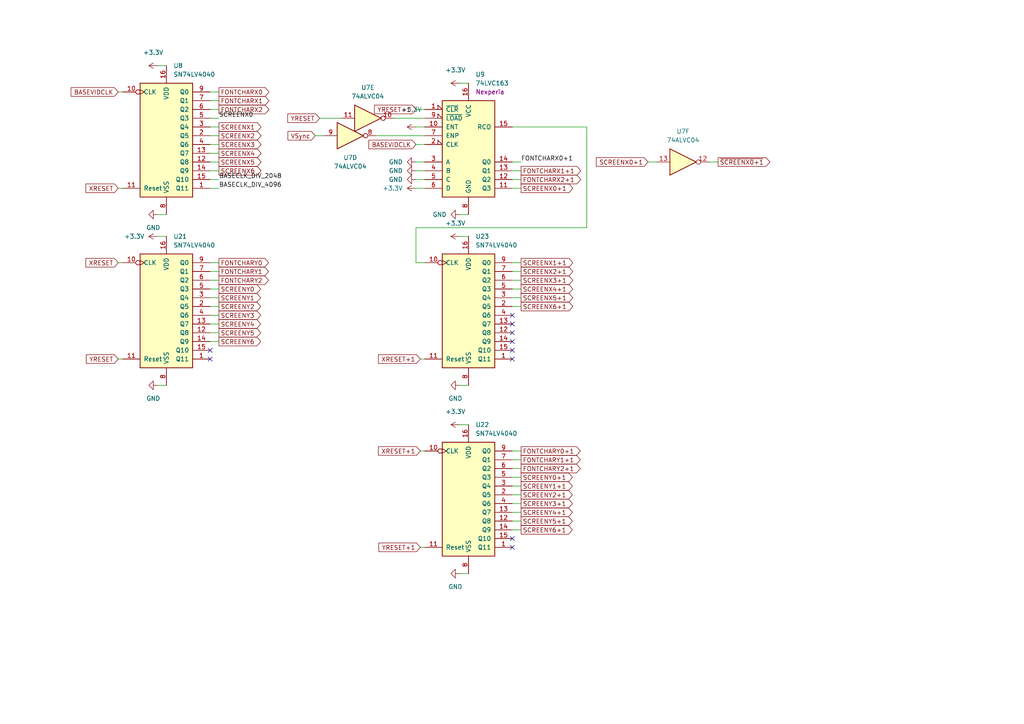
<source format=kicad_sch>
(kicad_sch (version 20211123) (generator eeschema)
  (paper "A4")
  (title_block (title "JupiterAce Z80 plus KIO and new memory format.") (rev "${REVNUM}") (company "Ontobus") (comment 1 "John Bradley") (comment 2 "https://creativecommons.org/licenses/by-nc-sa/4.0/") (comment 3 "Attribution-NonCommercial-ShareAlike 4.0 International License.") (comment 4 "This work is licensed under a Creative Commons "))
  (lib_symbols
    (symbol "74xx-FIX:74LS04"
      (property "Reference" "U" (at 0 1.27 0))
      (property "Value" "74LS04" (at 0 -1.27 0))
      (symbol "74LS04_1_0"
        (polyline (pts (xy -3.81 3.81) (xy -3.81 -3.81) (xy 3.81 0) (xy -3.81 3.81)) (stroke (width 0.254)) (fill (type background)))
        (pin input line (at -7.62 0 0) (length 3.81) (name "~") (number "1"))
        (pin output inverted (at 7.62 0 180) (length 3.81) (name "~") (number "2"))
      )
      (symbol "74LS04_2_0"
        (polyline (pts (xy -3.81 3.81) (xy -3.81 -3.81) (xy 3.81 0) (xy -3.81 3.81)) (stroke (width 0.254)) (fill (type background)))
        (pin input line (at -7.62 0 0) (length 3.81) (name "~") (number "3"))
        (pin output inverted (at 7.62 0 180) (length 3.81) (name "~") (number "4"))
      )
      (symbol "74LS04_3_0"
        (polyline (pts (xy -3.81 3.81) (xy -3.81 -3.81) (xy 3.81 0) (xy -3.81 3.81)) (stroke (width 0.254)) (fill (type background)))
        (pin input line (at -7.62 0 0) (length 3.81) (name "~") (number "5"))
        (pin output inverted (at 7.62 0 180) (length 3.81) (name "~") (number "6"))
      )
      (symbol "74LS04_4_0"
        (polyline (pts (xy -3.81 3.81) (xy -3.81 -3.81) (xy 3.81 0) (xy -3.81 3.81)) (stroke (width 0.254)) (fill (type background)))
        (pin output inverted (at 7.62 0 180) (length 3.81) (name "~") (number "8"))
        (pin input line (at -7.62 0 0) (length 3.81) (name "~") (number "9"))
      )
      (symbol "74LS04_5_0"
        (polyline (pts (xy -3.81 3.81) (xy -3.81 -3.81) (xy 3.81 0) (xy -3.81 3.81)) (stroke (width 0.254)) (fill (type background)))
        (pin output inverted (at 7.62 0 180) (length 3.81) (name "~") (number "10"))
        (pin input line (at -7.62 0 0) (length 3.81) (name "~") (number "11"))
      )
      (symbol "74LS04_6_0"
        (polyline (pts (xy -3.81 3.81) (xy -3.81 -3.81) (xy 3.81 0) (xy -3.81 3.81)) (stroke (width 0.254)) (fill (type background)))
        (pin output inverted (at 7.62 0 180) (length 3.81) (name "~") (number "12"))
        (pin input line (at -7.62 0 0) (length 3.81) (name "~") (number "13"))
      )
      (symbol "74LS04_7_0"
        (pin power_in line (at 0 12.7 270) (length 5.08) (name "VCC") (number "14"))
        (pin power_in line (at 0 -12.7 90) (length 5.08) (name "GND") (number "7"))
      )
      (symbol "74LS04_7_1"
        (rectangle (start -5.08 7.62) (end 5.08 -7.62) (stroke (width 0.254)) (fill (type background)))
      )
    )
    (symbol "74xx-FIX:74LS163" (pin_names (offset 1.016))
      (property "Reference" "U" (at -7.62 16.51 0))
      (property "Value" "74LS163" (at -7.62 -16.51 0))
      (symbol "74LS163_1_0"
        (pin input input_low (at -12.7 12.7 0) (length 5.08) (name "~{CLR}") (number "1"))
        (pin input line (at -12.7 7.62 0) (length 5.08) (name "ENT") (number "10"))
        (pin output line (at 12.7 -10.16 180) (length 5.08) (name "Q3") (number "11"))
        (pin output line (at 12.7 -7.62 180) (length 5.08) (name "Q2") (number "12"))
        (pin output line (at 12.7 -5.08 180) (length 5.08) (name "Q1") (number "13"))
        (pin output line (at 12.7 -2.54 180) (length 5.08) (name "Q0") (number "14"))
        (pin output line (at 12.7 7.62 180) (length 5.08) (name "RCO") (number "15"))
        (pin power_in line (at 0 20.32 270) (length 5.08) (name "VCC") (number "16"))
        (pin input input_low (at -12.7 2.54 0) (length 5.08) (name "CLK") (number "2"))
        (pin input line (at -12.7 -2.54 0) (length 5.08) (name "A") (number "3"))
        (pin input line (at -12.7 -5.08 0) (length 5.08) (name "B") (number "4"))
        (pin input line (at -12.7 -7.62 0) (length 5.08) (name "C") (number "5"))
        (pin input line (at -12.7 -10.16 0) (length 5.08) (name "D") (number "6"))
        (pin input line (at -12.7 5.08 0) (length 5.08) (name "ENP") (number "7"))
        (pin power_in line (at 0 -17.78 90) (length 5.08) (name "GND") (number "8"))
        (pin input input_low (at -12.7 10.16 0) (length 5.08) (name "~{LOAD}") (number "9"))
      )
      (symbol "74LS163_1_1"
        (rectangle (start -7.62 15.24) (end 7.62 -12.7) (stroke (width 0.254)) (fill (type background)))
      )
    )
    (symbol "ExtraSymbols:74HCT4040" (pin_names (offset 1.016))
      (property "Reference" "U" (at -7.62 16.51 0))
      (property "Value" "74HCT4040" (at -7.62 -19.05 0))
      (symbol "74HCT4040_1_0"
        (pin output line (at 12.7 -15.24 180) (length 5.08) (name "Q11") (number "1"))
        (pin input inverted_clock (at -12.7 12.7 0) (length 5.08) (name "CLK") (number "10"))
        (pin input line (at -12.7 -15.24 0) (length 5.08) (name "Reset") (number "11"))
        (pin output line (at 12.7 -7.62 180) (length 5.08) (name "Q8") (number "12"))
        (pin output line (at 12.7 -5.08 180) (length 5.08) (name "Q7") (number "13"))
        (pin output line (at 12.7 -10.16 180) (length 5.08) (name "Q9") (number "14"))
        (pin output line (at 12.7 -12.7 180) (length 5.08) (name "Q10") (number "15"))
        (pin power_in line (at 0 20.32 270) (length 5.08) (name "VDD") (number "16"))
        (pin output line (at 12.7 0 180) (length 5.08) (name "Q5") (number "2"))
        (pin output line (at 12.7 2.54 180) (length 5.08) (name "Q4") (number "3"))
        (pin output line (at 12.7 -2.54 180) (length 5.08) (name "Q6") (number "4"))
        (pin output line (at 12.7 5.08 180) (length 5.08) (name "Q3") (number "5"))
        (pin output line (at 12.7 7.62 180) (length 5.08) (name "Q2") (number "6"))
        (pin output line (at 12.7 10.16 180) (length 5.08) (name "Q1") (number "7"))
        (pin power_in line (at 0 -22.86 90) (length 5.08) (name "VSS") (number "8"))
        (pin output line (at 12.7 12.7 180) (length 5.08) (name "Q0") (number "9"))
      )
      (symbol "74HCT4040_1_1"
        (rectangle (start -7.62 15.24) (end 7.62 -17.78) (stroke (width 0.254)) (fill (type background)))
      )
    )
    (symbol "power:+3.3V" (power) (pin_names (offset 0))
      (property "Value" "+3.3V" (at 0 3.556 0))
      (symbol "+3.3V_0_1"
        (polyline (pts (xy -0.762 1.27) (xy 0 2.54)))
        (polyline (pts (xy 0 0) (xy 0 2.54)))
        (polyline (pts (xy 0 2.54) (xy 0.762 1.27)))
      )
      (symbol "+3.3V_1_1"
        (pin power_in line (at 0 0 90) (length 0) hide (name "+3.3V") (number "1"))
      )
    )
    (symbol "power:GND" (power) (pin_names (offset 0))
      (property "Value" "GND" (at 0 -3.81 0))
      (symbol "GND_0_1"
        (polyline (pts (xy 0 0) (xy 0 -1.27) (xy 1.27 -1.27) (xy 0 -2.54) (xy -1.27 -1.27) (xy 0 -1.27)))
      )
      (symbol "GND_1_1"
        (pin power_in line (at 0 0 270) (length 0) hide (name "GND") (number "1"))
      )
    )
  )
  (no_connect (at 148.59 91.44))
  (no_connect (at 148.59 93.98))
  (no_connect (at 148.59 96.52))
  (no_connect (at 148.59 99.06))
  (no_connect (at 60.96 104.14))
  (no_connect (at 148.59 104.14))
  (no_connect (at 148.59 101.6))
  (no_connect (at 60.96 101.6))
  (no_connect (at 148.59 156.21))
  (no_connect (at 148.59 158.75))
  (wire (pts (xy 148.59 146.05) (xy 151.13 146.05)))
  (wire (pts (xy 133.35 111.76) (xy 135.89 111.76)))
  (wire (pts (xy 91.44 39.37) (xy 93.98 39.37)))
  (wire (pts (xy 63.5 96.52) (xy 60.96 96.52)))
  (wire (pts (xy 148.59 133.35) (xy 151.13 133.35)))
  (wire (pts (xy 35.56 54.61) (xy 34.29 54.61)))
  (wire (pts (xy 148.59 76.2) (xy 151.13 76.2)))
  (wire (pts (xy 35.56 104.14) (xy 34.29 104.14)))
  (wire (pts (xy 148.59 49.53) (xy 151.13 49.53)))
  (wire (pts (xy 133.35 68.58) (xy 135.89 68.58)))
  (wire (pts (xy 208.28 46.99) (xy 205.74 46.99)))
  (wire (pts (xy 60.96 29.21) (xy 63.5 29.21)))
  (wire (pts (xy 151.13 153.67) (xy 148.59 153.67)))
  (wire (pts (xy 148.59 46.99) (xy 151.13 46.99)))
  (wire (pts (xy 123.19 104.14) (xy 121.92 104.14)))
  (wire (pts (xy 60.96 41.91) (xy 63.5 41.91)))
  (wire (pts (xy 34.29 76.2) (xy 35.56 76.2)))
  (wire (pts (xy 60.96 31.75) (xy 63.5 31.75)))
  (wire (pts (xy 133.35 123.19) (xy 135.89 123.19)))
  (wire (pts (xy 148.59 54.61) (xy 151.13 54.61)))
  (wire (pts (xy 45.72 68.58) (xy 48.26 68.58)))
  (wire (pts (xy 60.96 44.45) (xy 63.5 44.45)))
  (wire (pts (xy 148.59 78.74) (xy 151.13 78.74)))
  (wire (pts (xy 109.22 39.37) (xy 123.19 39.37)))
  (wire (pts (xy 45.72 111.76) (xy 48.26 111.76)))
  (wire (pts (xy 148.59 140.97) (xy 151.13 140.97)))
  (wire (pts (xy 45.72 19.05) (xy 48.26 19.05)))
  (wire (pts (xy 120.65 36.83) (xy 123.19 36.83)))
  (wire (pts (xy 120.65 31.75) (xy 123.19 31.75)))
  (wire (pts (xy 114.3 34.29) (xy 123.19 34.29)))
  (wire (pts (xy 60.96 86.36) (xy 63.5 86.36)))
  (wire (pts (xy 120.65 49.53) (xy 123.19 49.53)))
  (wire (pts (xy 120.65 54.61) (xy 123.19 54.61)))
  (wire (pts (xy 60.96 34.29) (xy 63.5 34.29)))
  (wire (pts (xy 133.35 166.37) (xy 135.89 166.37)))
  (wire (pts (xy 148.59 36.83) (xy 170.18 36.83)))
  (wire (pts (xy 120.65 76.2) (xy 123.19 76.2)))
  (wire (pts (xy 34.29 26.67) (xy 35.56 26.67)))
  (wire (pts (xy 45.72 62.23) (xy 48.26 62.23)))
  (wire (pts (xy 187.96 46.99) (xy 190.5 46.99)))
  (wire (pts (xy 120.65 52.07) (xy 123.19 52.07)))
  (wire (pts (xy 60.96 81.28) (xy 63.5 81.28)))
  (wire (pts (xy 120.65 46.99) (xy 123.19 46.99)))
  (wire (pts (xy 148.59 81.28) (xy 151.13 81.28)))
  (wire (pts (xy 148.59 143.51) (xy 151.13 143.51)))
  (wire (pts (xy 133.35 24.13) (xy 135.89 24.13)))
  (wire (pts (xy 148.59 130.81) (xy 151.13 130.81)))
  (wire (pts (xy 148.59 86.36) (xy 151.13 86.36)))
  (wire (pts (xy 120.65 66.04) (xy 170.18 66.04)))
  (wire (pts (xy 60.96 49.53) (xy 63.5 49.53)))
  (wire (pts (xy 148.59 83.82) (xy 151.13 83.82)))
  (wire (pts (xy 120.65 66.04) (xy 120.65 76.2)))
  (wire (pts (xy 60.96 78.74) (xy 63.5 78.74)))
  (wire (pts (xy 60.96 36.83) (xy 63.5 36.83)))
  (wire (pts (xy 148.59 148.59) (xy 151.13 148.59)))
  (wire (pts (xy 151.13 151.13) (xy 148.59 151.13)))
  (wire (pts (xy 170.18 36.83) (xy 170.18 66.04)))
  (wire (pts (xy 60.96 26.67) (xy 63.5 26.67)))
  (wire (pts (xy 148.59 88.9) (xy 151.13 88.9)))
  (wire (pts (xy 60.96 52.07) (xy 63.5 52.07)))
  (wire (pts (xy 92.71 34.29) (xy 99.06 34.29)))
  (wire (pts (xy 60.96 93.98) (xy 63.5 93.98)))
  (wire (pts (xy 133.35 62.23) (xy 135.89 62.23)))
  (wire (pts (xy 63.5 99.06) (xy 60.96 99.06)))
  (wire (pts (xy 60.96 46.99) (xy 63.5 46.99)))
  (wire (pts (xy 60.96 91.44) (xy 63.5 91.44)))
  (wire (pts (xy 120.65 41.91) (xy 123.19 41.91)))
  (wire (pts (xy 148.59 52.07) (xy 151.13 52.07)))
  (wire (pts (xy 60.96 54.61) (xy 63.5 54.61)))
  (wire (pts (xy 123.19 158.75) (xy 121.92 158.75)))
  (wire (pts (xy 60.96 39.37) (xy 63.5 39.37)))
  (wire (pts (xy 121.92 130.81) (xy 123.19 130.81)))
  (wire (pts (xy 60.96 88.9) (xy 63.5 88.9)))
  (wire (pts (xy 60.96 83.82) (xy 63.5 83.82)))
  (wire (pts (xy 60.96 76.2) (xy 63.5 76.2)))
  (wire (pts (xy 148.59 135.89) (xy 151.13 135.89)))
  (wire (pts (xy 148.59 138.43) (xy 151.13 138.43)))
  (label "FONTCHARX0+1" (at 151.13 46.99 0))
  (label "SCREENX0" (at 63.5 34.29 0))
  (label "BASECLK_DIV_4096" (at 63.5 54.61 0))
  (label "BASECLK_DIV_2048" (at 63.5 52.07 0))
  (global_label "SCREENX5" (shape output) (at 63.5 46.99 0) (property "Intersheet References" "${INTERSHEET_REFS}" (at 75.7102 46.9106 0) (effects (justify left))))
  (global_label "FONTCHARY2" (shape output) (at 63.5 81.28 0) (property "Intersheet References" "${INTERSHEET_REFS}" (at 77.8874 81.2006 0) (effects (justify left))))
  (global_label "SCREENX2" (shape output) (at 63.5 39.37 0) (property "Intersheet References" "${INTERSHEET_REFS}" (at 75.7102 39.2906 0) (effects (justify left))))
  (global_label "YRESET+1" (shape input) (at 120.65 31.75 180) (property "Intersheet References" "${INTERSHEET_REFS}" (at 108.6212 31.6706 0) (effects (justify right))))
  (global_label "FONTCHARX1+1" (shape output) (at 151.13 49.53 0) (property "Intersheet References" "${INTERSHEET_REFS}" (at 168.4202 49.4506 0) (effects (justify left))))
  (global_label "~{SCREENX0+1}" (shape output) (at 208.28 46.99 0) (property "Intersheet References" "${INTERSHEET_REFS}" (at 223.2721 46.9106 0) (effects (justify left))))
  (global_label "FONTCHARX1" (shape output) (at 63.5 29.21 0) (property "Intersheet References" "${INTERSHEET_REFS}" (at 78.0083 29.1306 0) (effects (justify left))))
  (global_label "SCREENY2+1" (shape output) (at 151.13 143.51 0) (property "Intersheet References" "${INTERSHEET_REFS}" (at 166.0012 143.4306 0) (effects (justify left))))
  (global_label "SCREENX1" (shape output) (at 63.5 36.83 0) (property "Intersheet References" "${INTERSHEET_REFS}" (at 75.7102 36.7506 0) (effects (justify left))))
  (global_label "SCREENX1+1" (shape output) (at 151.13 76.2 0) (property "Intersheet References" "${INTERSHEET_REFS}" (at 166.1221 76.1206 0) (effects (justify left))))
  (global_label "SCREENX0+1" (shape input) (at 187.96 46.99 180) (property "Intersheet References" "${INTERSHEET_REFS}" (at 172.9679 46.9106 0) (effects (justify right))))
  (global_label "YRESET+1" (shape input) (at 121.92 158.75 180) (property "Intersheet References" "${INTERSHEET_REFS}" (at 109.8912 158.6706 0) (effects (justify right))))
  (global_label "FONTCHARY1+1" (shape output) (at 151.13 133.35 0) (property "Intersheet References" "${INTERSHEET_REFS}" (at 168.2993 133.2706 0) (effects (justify left))))
  (global_label "SCREENX3+1" (shape output) (at 151.13 81.28 0) (property "Intersheet References" "${INTERSHEET_REFS}" (at 166.1221 81.2006 0) (effects (justify left))))
  (global_label "XRESET+1" (shape input) (at 121.92 130.81 180) (property "Intersheet References" "${INTERSHEET_REFS}" (at 109.7702 130.7306 0) (effects (justify right))))
  (global_label "BASEVIDCLK" (shape input) (at 120.65 41.91 180) (property "Intersheet References" "${INTERSHEET_REFS}" (at 106.9883 41.8306 0) (effects (justify right))))
  (global_label "XRESET" (shape input) (at 34.29 76.2 180) (property "Intersheet References" "${INTERSHEET_REFS}" (at 24.9221 76.1206 0) (effects (justify right))))
  (global_label "SCREENY0+1" (shape output) (at 151.13 138.43 0) (property "Intersheet References" "${INTERSHEET_REFS}" (at 166.0012 138.3506 0) (effects (justify left))))
  (global_label "SCREENY0" (shape output) (at 63.5 83.82 0) (property "Intersheet References" "${INTERSHEET_REFS}" (at 75.5893 83.7406 0) (effects (justify left))))
  (global_label "SCREENX0+1" (shape output) (at 151.13 54.61 0) (property "Intersheet References" "${INTERSHEET_REFS}" (at 166.1221 54.5306 0) (effects (justify left))))
  (global_label "FONTCHARX0" (shape output) (at 63.5 26.67 0) (property "Intersheet References" "${INTERSHEET_REFS}" (at 78.0083 26.5906 0) (effects (justify left))))
  (global_label "SCREENY3" (shape output) (at 63.5 91.44 0) (property "Intersheet References" "${INTERSHEET_REFS}" (at 75.5893 91.3606 0) (effects (justify left))))
  (global_label "SCREENX3" (shape output) (at 63.5 41.91 0) (property "Intersheet References" "${INTERSHEET_REFS}" (at 75.7102 41.8306 0) (effects (justify left))))
  (global_label "SCREENY4+1" (shape output) (at 151.13 148.59 0) (property "Intersheet References" "${INTERSHEET_REFS}" (at 166.0012 148.5106 0) (effects (justify left))))
  (global_label "YRESET" (shape input) (at 92.71 34.29 180) (property "Intersheet References" "${INTERSHEET_REFS}" (at 83.4631 34.2106 0) (effects (justify right))))
  (global_label "SCREENY4" (shape output) (at 63.5 93.98 0) (property "Intersheet References" "${INTERSHEET_REFS}" (at 75.5893 93.9006 0) (effects (justify left))))
  (global_label "SCREENX4+1" (shape output) (at 151.13 83.82 0) (property "Intersheet References" "${INTERSHEET_REFS}" (at 166.1221 83.7406 0) (effects (justify left))))
  (global_label "SCREENY6+1" (shape output) (at 151.13 153.67 0) (property "Intersheet References" "${INTERSHEET_REFS}" (at 166.0012 153.5906 0) (effects (justify left))))
  (global_label "FONTCHARX2" (shape output) (at 63.5 31.75 0) (property "Intersheet References" "${INTERSHEET_REFS}" (at 78.0083 31.6706 0) (effects (justify left))))
  (global_label "XRESET" (shape input) (at 34.29 54.61 180) (property "Intersheet References" "${INTERSHEET_REFS}" (at 24.9221 54.5306 0) (effects (justify right))))
  (global_label "BASEVIDCLK" (shape input) (at 34.29 26.67 180) (property "Intersheet References" "${INTERSHEET_REFS}" (at 20.6283 26.5906 0) (effects (justify right))))
  (global_label "SCREENX5+1" (shape output) (at 151.13 86.36 0) (property "Intersheet References" "${INTERSHEET_REFS}" (at 166.1221 86.2806 0) (effects (justify left))))
  (global_label "YRESET" (shape input) (at 34.29 104.14 180) (property "Intersheet References" "${INTERSHEET_REFS}" (at 25.0431 104.0606 0) (effects (justify right))))
  (global_label "SCREENY6" (shape output) (at 63.5 99.06 0) (property "Intersheet References" "${INTERSHEET_REFS}" (at 75.5893 98.9806 0) (effects (justify left))))
  (global_label "FONTCHARX2+1" (shape output) (at 151.13 52.07 0) (property "Intersheet References" "${INTERSHEET_REFS}" (at 168.4202 51.9906 0) (effects (justify left))))
  (global_label "FONTCHARY1" (shape output) (at 63.5 78.74 0) (property "Intersheet References" "${INTERSHEET_REFS}" (at 77.8874 78.6606 0) (effects (justify left))))
  (global_label "XRESET+1" (shape input) (at 121.92 104.14 180) (property "Intersheet References" "${INTERSHEET_REFS}" (at 109.7702 104.0606 0) (effects (justify right))))
  (global_label "SCREENY1" (shape output) (at 63.5 86.36 0) (property "Intersheet References" "${INTERSHEET_REFS}" (at 75.5893 86.2806 0) (effects (justify left))))
  (global_label "SCREENX2+1" (shape output) (at 151.13 78.74 0) (property "Intersheet References" "${INTERSHEET_REFS}" (at 166.1221 78.6606 0) (effects (justify left))))
  (global_label "FONTCHARY2+1" (shape output) (at 151.13 135.89 0) (property "Intersheet References" "${INTERSHEET_REFS}" (at 168.2993 135.8106 0) (effects (justify left))))
  (global_label "SCREENX6+1" (shape output) (at 151.13 88.9 0) (property "Intersheet References" "${INTERSHEET_REFS}" (at 166.1221 88.8206 0) (effects (justify left))))
  (global_label "FONTCHARY0+1" (shape output) (at 151.13 130.81 0) (property "Intersheet References" "${INTERSHEET_REFS}" (at 168.2993 130.7306 0) (effects (justify left))))
  (global_label "SCREENX4" (shape output) (at 63.5 44.45 0) (property "Intersheet References" "${INTERSHEET_REFS}" (at 75.7102 44.3706 0) (effects (justify left))))
  (global_label "SCREENY1+1" (shape output) (at 151.13 140.97 0) (property "Intersheet References" "${INTERSHEET_REFS}" (at 166.0012 140.8906 0) (effects (justify left))))
  (global_label "SCREENX6" (shape output) (at 63.5 49.53 0) (property "Intersheet References" "${INTERSHEET_REFS}" (at 75.7102 49.4506 0) (effects (justify left))))
  (global_label "SCREENY5+1" (shape output) (at 151.13 151.13 0) (property "Intersheet References" "${INTERSHEET_REFS}" (at 166.0012 151.0506 0) (effects (justify left))))
  (global_label "SCREENY5" (shape output) (at 63.5 96.52 0) (property "Intersheet References" "${INTERSHEET_REFS}" (at 75.5893 96.4406 0) (effects (justify left))))
  (global_label "FONTCHARY0" (shape output) (at 63.5 76.2 0) (property "Intersheet References" "${INTERSHEET_REFS}" (at 77.8874 76.1206 0) (effects (justify left))))
  (global_label "SCREENY2" (shape output) (at 63.5 88.9 0) (property "Intersheet References" "${INTERSHEET_REFS}" (at 75.5893 88.8206 0) (effects (justify left))))
  (global_label "VSync" (shape input) (at 91.44 39.37 180) (property "Intersheet References" "${INTERSHEET_REFS}" (at 83.5236 39.2906 0) (effects (justify right))))
  (global_label "SCREENY3+1" (shape output) (at 151.13 146.05 0) (property "Intersheet References" "${INTERSHEET_REFS}" (at 166.0012 145.9706 0) (effects (justify left))))
  (symbol (lib_id "power:GND") (at 120.65 46.99 270) (unit 1)
    (property "Reference" "#02" (effects hide))
    (property "Value" "GND" (at 116.84 46.9899 90) (effects (justify right)))
  )
  (symbol (lib_id "74xx-FIX:74LS04") (at 198.12 46.99 0) (unit 6)
    (property "Reference" "U7" (at 198.12 38.1 0))
    (property "Value" "74ALVC04" (at 198.12 40.64 0))
    (property "Footprint" "Package_SO:SOIC-14_3.9x8.7mm_P1.27mm" (effects hide))
    (property "Datasheet" "http://www.ti.com/lit/gpn/sn74LS04" (effects hide))
  )
  (symbol (lib_id "74xx-FIX:74LS04") (at 101.6 39.37 0) (unit 4)
    (property "Reference" "U7" (at 101.6 45.72 0))
    (property "Value" "74ALVC04" (at 101.6 48.26 0))
    (property "Footprint" "Package_SO:SOIC-14_3.9x8.7mm_P1.27mm" (effects hide))
    (property "Datasheet" "http://www.ti.com/lit/gpn/sn74LS04" (effects hide))
  )
  (symbol (lib_id "power:GND") (at 133.35 111.76 270) (unit 1)
    (property "Reference" "#01" (effects hide))
    (property "Value" "GND" (at 132.08 115.57 90))
  )
  (symbol (lib_id "ExtraSymbols:74HCT4040") (at 135.89 88.9 0) (unit 1)
    (property "Reference" "U23" (at 137.9094 68.58 0) (effects (justify left)))
    (property "Value" "SN74LV4040" (at 137.9094 71.12 0) (effects (justify left)))
    (property "Footprint" "Package_SO:SOIC-16_3.9x9.9mm_P1.27mm" (effects hide))
    (property "Datasheet" "https://assets.nexperia.com/documents/data-sheet/74HC590.pdf" (effects hide))
  )
  (symbol (lib_id "power:GND") (at 120.65 52.07 270) (unit 1)
    (property "Reference" "#04" (effects hide))
    (property "Value" "GND" (at 116.84 52.0699 90) (effects (justify right)))
  )
  (symbol (lib_id "power:+3.3V") (at 120.65 54.61 90) (unit 1)
    (property "Reference" "#PWR01" (effects hide))
    (property "Value" "+3.3V" (at 116.84 54.6099 90) (effects (justify left)))
  )
  (symbol (lib_id "power:+3.3V") (at 45.72 19.05 90) (unit 1)
    (property "Reference" "#PWR03" (effects hide))
    (property "Value" "+3.3V" (at 44.45 15.24 90))
  )
  (symbol (lib_id "power:+3.3V") (at 133.35 123.19 90) (unit 1)
    (property "Reference" "#PWR0113" (effects hide))
    (property "Value" "+3.3V" (at 132.08 119.38 90))
  )
  (symbol (lib_id "power:+3.3V") (at 120.65 36.83 90) (unit 1)
    (property "Reference" "#PWR05" (effects hide))
    (property "Value" "+3.3V" (at 119.38 31.75 90))
  )
  (symbol (lib_id "ExtraSymbols:74HCT4040") (at 48.26 88.9 0) (unit 1)
    (property "Reference" "U21" (at 50.2794 68.58 0) (effects (justify left)))
    (property "Value" "SN74LV4040" (at 50.2794 71.12 0) (effects (justify left)))
    (property "Footprint" "Package_SO:SOIC-16_3.9x9.9mm_P1.27mm" (effects hide))
    (property "Datasheet" "http://www.intersil.com/content/dam/Intersil/documents/cd40/cd4020bms-24bms-40bms.pdf" (effects hide))
    (property "Description" "CD74HCT4040E, 12-stage Binary Counter, Up Counter 5V, 16-Pin PDIP" (effects hide))
    (property "Height" "5.08" (effects hide))
    (property "Mouser Part Number" "595-CD74HCT4040E" (effects hide))
    (property "RS Part Number" "0635252P" (effects hide))
  )
  (symbol (lib_id "power:GND") (at 120.65 49.53 270) (unit 1)
    (property "Reference" "#03" (effects hide))
    (property "Value" "GND" (at 116.84 49.5299 90) (effects (justify right)))
  )
  (symbol (lib_id "power:GND") (at 133.35 166.37 270) (unit 1)
    (property "Reference" "#0102" (effects hide))
    (property "Value" "GND" (at 132.08 170.18 90))
  )
  (symbol (lib_id "ExtraSymbols:74HCT4040") (at 48.26 39.37 0) (unit 1)
    (property "Reference" "U8" (at 50.2794 19.05 0) (effects (justify left)))
    (property "Value" "SN74LV4040" (at 50.2794 21.59 0) (effects (justify left)))
    (property "Footprint" "Package_SO:SOIC-16_3.9x9.9mm_P1.27mm" (effects hide))
    (property "Datasheet" "http://www.intersil.com/content/dam/Intersil/documents/cd40/cd4020bms-24bms-40bms.pdf" (effects hide))
    (property "Description" "CD74HCT4040E, 12-stage Binary Counter, Up Counter 5V, 16-Pin PDIP" (effects hide))
    (property "Height" "5.08" (effects hide))
    (property "Mouser Part Number" "595-CD74HCT4040E" (effects hide))
    (property "RS Part Number" "0635252P" (effects hide))
  )
  (symbol (lib_id "power:GND") (at 133.35 62.23 270) (unit 1)
    (property "Reference" "#05" (effects hide))
    (property "Value" "GND" (at 129.54 62.2299 90) (effects (justify right)))
  )
  (symbol (lib_id "74xx-FIX:74LS04") (at 106.68 34.29 0) (unit 5)
    (property "Reference" "U7" (at 106.68 25.4 0))
    (property "Value" "74ALVC04" (at 106.68 27.94 0))
    (property "Footprint" "Package_SO:SOIC-14_3.9x8.7mm_P1.27mm" (effects hide))
    (property "Datasheet" "http://www.ti.com/lit/gpn/sn74LS04" (effects hide))
  )
  (symbol (lib_id "power:GND") (at 45.72 62.23 270) (unit 1)
    (property "Reference" "#0107" (effects hide))
    (property "Value" "GND" (at 44.45 66.04 90))
  )
  (symbol (lib_id "power:+3.3V") (at 133.35 24.13 90) (unit 1)
    (property "Reference" "#PWR02" (effects hide))
    (property "Value" "+3.3V" (at 132.08 20.32 90))
  )
  (symbol (lib_id "power:+3.3V") (at 133.35 68.58 90) (unit 1)
    (property "Reference" "#PWR06" (effects hide))
    (property "Value" "+3.3V" (at 132.08 64.77 90))
  )
  (symbol (lib_id "power:GND") (at 45.72 111.76 270) (unit 1)
    (property "Reference" "#0106" (effects hide))
    (property "Value" "GND" (at 44.45 115.57 90))
  )
  (symbol (lib_id "74xx-FIX:74LS163") (at 135.89 44.45 0) (unit 1)
    (property "Reference" "U9" (at 137.9094 21.59 0) (effects (justify left)))
    (property "Value" "74LVC163" (at 137.9094 24.13 0) (effects (justify left)))
    (property "Footprint" "Package_SO:SOIC-16_3.9x9.9mm_P1.27mm" (effects hide))
    (property "Datasheet" "https://assets.nexperia.com/documents/data-sheet/74LVC163.pdf" (effects hide))
    (property "Manufacturer" "Nexperia" (at 137.9094 26.67 0) (effects (justify left)))
  )
  (symbol (lib_id "ExtraSymbols:74HCT4040") (at 135.89 143.51 0) (unit 1)
    (property "Reference" "U22" (at 137.9094 123.19 0) (effects (justify left)))
    (property "Value" "SN74LV4040" (at 137.9094 125.73 0) (effects (justify left)))
    (property "Footprint" "Package_SO:SOIC-16_3.9x9.9mm_P1.27mm" (effects hide))
    (property "Datasheet" "http://www.intersil.com/content/dam/Intersil/documents/cd40/cd4020bms-24bms-40bms.pdf" (effects hide))
    (property "Description" "CD74HCT4040E, 12-stage Binary Counter, Up Counter 5V, 16-Pin PDIP" (effects hide))
    (property "Height" "5.08" (effects hide))
    (property "Mouser Part Number" "595-CD74HCT4040E" (effects hide))
    (property "RS Part Number" "0635252P" (effects hide))
  )
  (symbol (lib_id "power:+3.3V") (at 45.72 68.58 90) (unit 1)
    (property "Reference" "#PWR04" (effects hide))
    (property "Value" "+3.3V" (at 41.91 68.5799 90) (effects (justify left)))
  )
)
</source>
